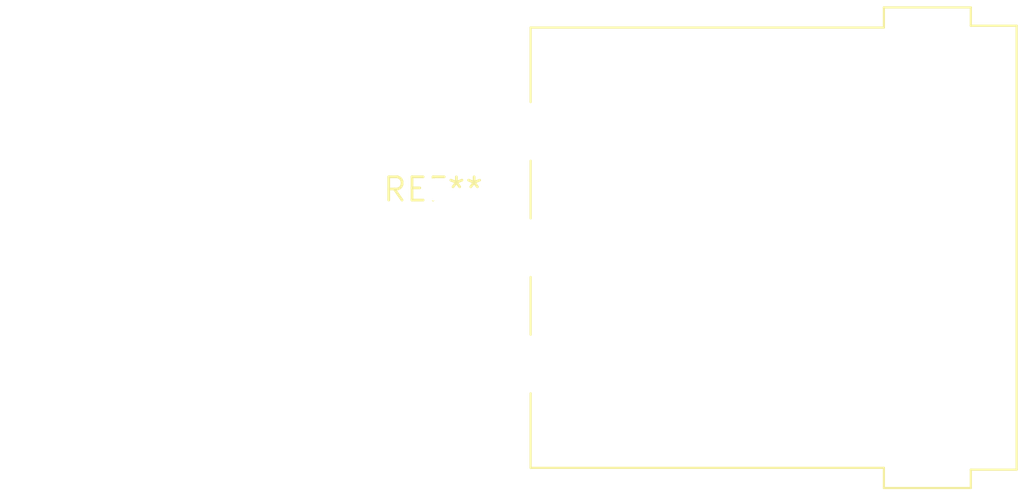
<source format=kicad_pcb>
(kicad_pcb (version 20240108) (generator pcbnew)
  (layers (0 "F.Cu" signal) (31 "B.Cu" signal) (34 "B.Paste" user) (35 "F.Paste" user) (36 "B.SilkS" user "B.Silkscreen") (37 "F.SilkS" user "F.Silkscreen") (38 "B.Mask" user) (39 "F.Mask" user) (44 "Edge.Cuts" user))
  (net 0 "")
  (footprint "Jack_speakON_Neutrik_NL4MDXX-H-2_Horizontal" (layer "F.Cu") (at 0 0)
    (property "Reference" "REF**")
    (property "Value" "Jack_speakON_Neutrik_NL4MDXX-H-2_Horizontal")
    (fp_line (start 5.32 -8.84) (end 24.59 -8.84) (layer "F.SilkS") (stroke (width 0.12)))
    (fp_line (start 5.32 -4.77) (end 5.32 -8.84) (layer "F.SilkS") (stroke (width 0.12)))
    (fp_line (start 5.32 1.58) (end 5.32 -1.57) (layer "F.SilkS") (stroke (width 0.12)))
    (fp_line (start 5.32 7.93) (end 5.32 4.78) (layer "F.SilkS") (stroke (width 0.12)))
    (fp_line (start 5.32 15.2) (end 5.32 11.13) (layer "F.SilkS") (stroke (width 0.12)))
    (fp_line (start 5.32 15.2) (end 24.59 15.2) (layer "F.SilkS") (stroke (width 0.12)))
    (fp_line (start 24.59 -9.94) (end 24.59 -8.84) (layer "F.SilkS") (stroke (width 0.12)))
    (fp_line (start 24.59 -9.94) (end 29.33 -9.94) (layer "F.SilkS") (stroke (width 0.12)))
    (fp_line (start 24.59 16.3) (end 24.59 15.2) (layer "F.SilkS") (stroke (width 0.12)))
    (fp_line (start 24.59 16.3) (end 29.33 16.3) (layer "F.SilkS") (stroke (width 0.12)))
    (fp_line (start 29.33 -9.94) (end 29.33 -8.94) (layer "F.SilkS") (stroke (width 0.12)))
    (fp_line (start 29.33 16.3) (end 29.33 15.3) (layer "F.SilkS") (stroke (width 0.12)))
    (fp_line (start 31.83 -8.94) (end 29.33 -8.94) (layer "F.SilkS") (stroke (width 0.12)))
    (fp_line (start 31.83 15.3) (end 29.33 15.3) (layer "F.SilkS") (stroke (width 0.12)))
    (fp_line (start 31.83 15.3) (end 31.83 -8.94) (layer "F.SilkS") (stroke (width 0.12)))
    (pad "1+" thru_hole circle (at 0 0) (size 3 3) (drill 1.2) (layers *.Cu *.Mask) (remove_unused_layers))
    (pad "1-" thru_hole circle (at 4.44 9.53) (size 3 3) (drill 1.2) (layers *.Cu *.Mask) (remove_unused_layers))
    (pad "2+" thru_hole circle (at 4.44 3.18) (size 3 3) (drill 1.2) (layers *.Cu *.Mask) (remove_unused_layers))
    (pad "2-" thru_hole circle (at 4.44 -3.17) (size 3 3) (drill 1.2) (layers *.Cu *.Mask) (remove_unused_layers))
  )
)
</source>
